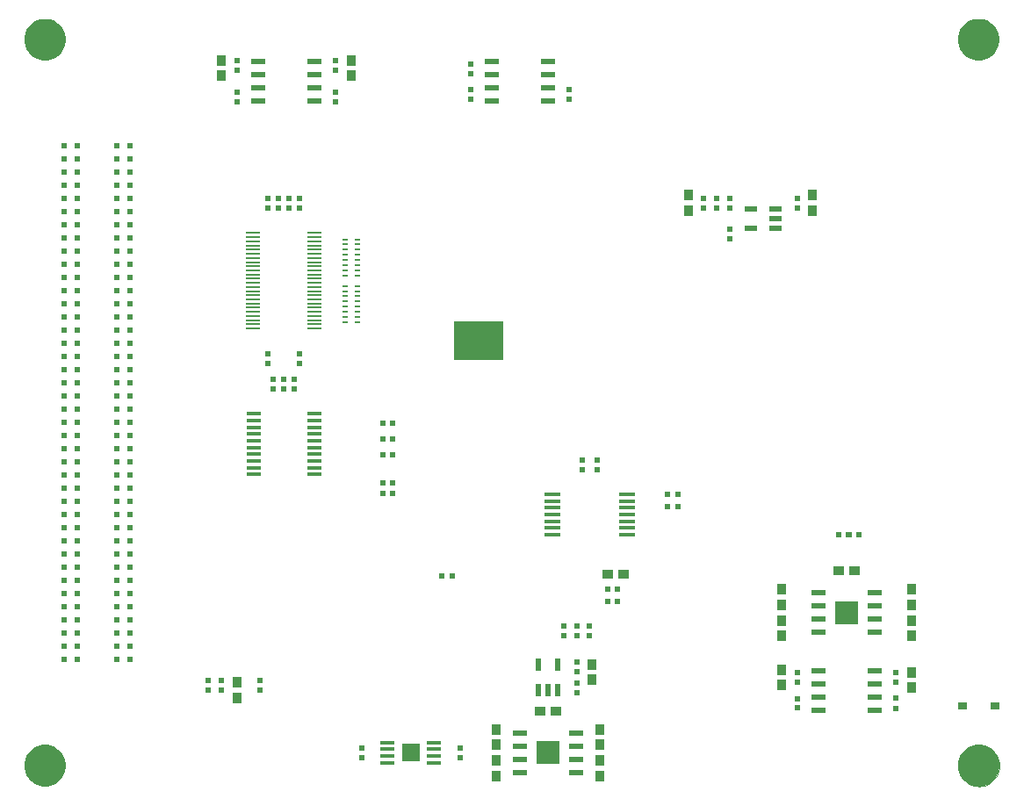
<source format=gbp>
G04*
G04 #@! TF.GenerationSoftware,Altium Limited,Altium Designer,23.11.1 (41)*
G04*
G04 Layer_Color=128*
%FSLAX25Y25*%
%MOIN*%
G70*
G04*
G04 #@! TF.SameCoordinates,29EA51B2-5BA9-446F-9376-B5E75E75F833*
G04*
G04*
G04 #@! TF.FilePolarity,Positive*
G04*
G01*
G75*
%ADD16C,0.00394*%
%ADD20R,0.02049X0.02246*%
%ADD22R,0.02390X0.02390*%
%ADD26R,0.02246X0.02049*%
%ADD27R,0.02390X0.02390*%
%ADD33R,0.02476X0.01099*%
%ADD34R,0.03927X0.03730*%
%ADD35R,0.03730X0.03927*%
%ADD36R,0.05538X0.02192*%
%ADD38R,0.18787X0.14850*%
%ADD101R,0.04563X0.02201*%
%ADD102R,0.08590X0.08590*%
%ADD103R,0.05427X0.00900*%
%ADD104R,0.05571X0.01634*%
%ADD105C,0.02390*%
%ADD106R,0.06342X0.01815*%
%ADD107R,0.02201X0.04563*%
%ADD108R,0.03372X0.02979*%
%ADD109R,0.05168X0.01822*%
%ADD110R,0.06835X0.06835*%
G36*
X19685Y-129921D02*
X20460D01*
X21982Y-130224D01*
X23415Y-130817D01*
X24704Y-131679D01*
X25801Y-132776D01*
X26663Y-134065D01*
X27256Y-135498D01*
X27559Y-137020D01*
Y-137795D01*
Y-138571D01*
X27256Y-140092D01*
X26663Y-141525D01*
X25801Y-142815D01*
X24704Y-143911D01*
X23415Y-144773D01*
X21982Y-145367D01*
X20460Y-145669D01*
X19685D01*
X18910Y-145669D01*
X17388Y-145367D01*
X15955Y-144773D01*
X14666Y-143911D01*
X13569Y-142815D01*
X12707Y-141525D01*
X12114Y-140092D01*
X11811Y-138571D01*
Y-137795D01*
X11811Y-137020D01*
X12114Y-135498D01*
X12707Y-134065D01*
X13569Y-132776D01*
X14666Y-131679D01*
X15955Y-130817D01*
X17388Y-130224D01*
X18910Y-129921D01*
X19685D01*
D01*
D02*
G37*
G36*
Y145669D02*
X20460D01*
X21982Y145367D01*
X23415Y144773D01*
X24704Y143911D01*
X25801Y142815D01*
X26663Y141525D01*
X27256Y140092D01*
X27559Y138571D01*
Y137795D01*
Y137020D01*
X27256Y135498D01*
X26663Y134065D01*
X25801Y132776D01*
X24704Y131679D01*
X23415Y130817D01*
X21982Y130224D01*
X20460Y129921D01*
X19685D01*
X18910Y129921D01*
X17388Y130224D01*
X15955Y130817D01*
X14666Y131679D01*
X13569Y132776D01*
X12707Y134065D01*
X12114Y135498D01*
X11811Y137020D01*
Y137795D01*
X11811Y138571D01*
X12114Y140092D01*
X12707Y141525D01*
X13569Y142815D01*
X14666Y143911D01*
X15955Y144773D01*
X17388Y145367D01*
X18910Y145669D01*
X19685D01*
D01*
D02*
G37*
G36*
X374016Y-129921D02*
X374791D01*
X376312Y-130224D01*
X377746Y-130817D01*
X379035Y-131679D01*
X380132Y-132776D01*
X380994Y-134065D01*
X381587Y-135498D01*
X381890Y-137020D01*
Y-137795D01*
Y-138571D01*
X381587Y-140092D01*
X380994Y-141525D01*
X380132Y-142815D01*
X379035Y-143911D01*
X377746Y-144773D01*
X376312Y-145367D01*
X374791Y-145669D01*
X374016D01*
X373240Y-145669D01*
X371719Y-145367D01*
X370286Y-144773D01*
X368996Y-143911D01*
X367900Y-142815D01*
X367038Y-141525D01*
X366444Y-140092D01*
X366142Y-138571D01*
Y-137795D01*
X366142Y-137020D01*
X366444Y-135498D01*
X367038Y-134065D01*
X367900Y-132776D01*
X368996Y-131679D01*
X370286Y-130817D01*
X371719Y-130224D01*
X373240Y-129921D01*
X374016D01*
D01*
D02*
G37*
G36*
X374016Y145669D02*
X374791D01*
X376312Y145367D01*
X377746Y144773D01*
X379035Y143911D01*
X380132Y142815D01*
X380994Y141525D01*
X381587Y140092D01*
X381890Y138571D01*
Y137795D01*
Y137020D01*
X381587Y135498D01*
X380994Y134065D01*
X380132Y132776D01*
X379035Y131679D01*
X377746Y130817D01*
X376312Y130224D01*
X374791Y129921D01*
X374016D01*
X373240Y129921D01*
X371719Y130224D01*
X370286Y130817D01*
X368996Y131679D01*
X367900Y132776D01*
X367038Y134065D01*
X366444Y135498D01*
X366142Y137020D01*
Y137795D01*
X366142Y138571D01*
X366444Y140092D01*
X367038Y141525D01*
X367900Y142815D01*
X368996Y143911D01*
X370286Y144773D01*
X371719Y145367D01*
X373240Y145669D01*
X374016D01*
D01*
D02*
G37*
D16*
X381890Y-137795D02*
X381825Y-136788D01*
X381632Y-135798D01*
X381314Y-134840D01*
X380876Y-133931D01*
X380326Y-133086D01*
X379672Y-132317D01*
X378925Y-131639D01*
X378098Y-131062D01*
X377203Y-130595D01*
X376256Y-130247D01*
X375272Y-130022D01*
X374268Y-129925D01*
X373260Y-129958D01*
X372264Y-130119D01*
X371296Y-130406D01*
X370374Y-130814D01*
X369511Y-131337D01*
X368722Y-131966D01*
X368020Y-132691D01*
X367417Y-133500D01*
X366921Y-134379D01*
X366543Y-135314D01*
X366287Y-136290D01*
X366158Y-137291D01*
Y-138300D01*
X366287Y-139301D01*
X366543Y-140276D01*
X366921Y-141212D01*
X367417Y-142091D01*
X368020Y-142899D01*
X368722Y-143624D01*
X369511Y-144253D01*
X370374Y-144776D01*
X371296Y-145185D01*
X372264Y-145472D01*
X373260Y-145633D01*
X374268Y-145665D01*
X375272Y-145568D01*
X376256Y-145344D01*
X377203Y-144995D01*
X378098Y-144529D01*
X378925Y-143951D01*
X379672Y-143273D01*
X380326Y-142505D01*
X380876Y-141659D01*
X381314Y-140750D01*
X381632Y-139793D01*
X381825Y-138802D01*
X381890Y-137795D01*
Y-137795D02*
X381825Y-136788D01*
X381632Y-135798D01*
X381314Y-134840D01*
X380876Y-133931D01*
X380326Y-133086D01*
X379672Y-132317D01*
X378925Y-131639D01*
X378098Y-131062D01*
X377203Y-130595D01*
X376256Y-130247D01*
X375272Y-130022D01*
X374268Y-129925D01*
X373260Y-129958D01*
X372264Y-130119D01*
X371296Y-130406D01*
X370374Y-130814D01*
X369511Y-131337D01*
X368722Y-131966D01*
X368020Y-132691D01*
X367417Y-133500D01*
X366921Y-134379D01*
X366543Y-135314D01*
X366287Y-136290D01*
X366158Y-137291D01*
Y-138300D01*
X366287Y-139301D01*
X366543Y-140276D01*
X366921Y-141212D01*
X367417Y-142091D01*
X368020Y-142899D01*
X368722Y-143624D01*
X369511Y-144253D01*
X370374Y-144776D01*
X371296Y-145185D01*
X372264Y-145472D01*
X373260Y-145633D01*
X374268Y-145665D01*
X375272Y-145568D01*
X376256Y-145344D01*
X377203Y-144995D01*
X378098Y-144529D01*
X378925Y-143951D01*
X379672Y-143273D01*
X380326Y-142505D01*
X380876Y-141659D01*
X381314Y-140750D01*
X381632Y-139793D01*
X381825Y-138802D01*
X381890Y-137795D01*
D20*
X256004Y-34843D02*
D03*
X259744D02*
D03*
X256004Y-39370D02*
D03*
X259744D02*
D03*
X147736Y-7874D02*
D03*
X151476D02*
D03*
X147736Y-19685D02*
D03*
X151476D02*
D03*
X147736Y-13780D02*
D03*
X151476D02*
D03*
X147736Y-30512D02*
D03*
X151476D02*
D03*
X147736Y-34449D02*
D03*
X151476D02*
D03*
X328543Y-50197D02*
D03*
X324803D02*
D03*
X170374Y-65945D02*
D03*
X174114D02*
D03*
X320965Y-50197D02*
D03*
X324705D02*
D03*
D22*
X233228Y-70669D02*
D03*
X236850D02*
D03*
X233228Y-75394D02*
D03*
X236850D02*
D03*
D26*
X104331Y73917D02*
D03*
Y77658D02*
D03*
X116142Y14862D02*
D03*
Y18602D02*
D03*
X104331D02*
D03*
Y14862D02*
D03*
X116142Y77658D02*
D03*
Y73917D02*
D03*
X101378Y-109154D02*
D03*
Y-105413D02*
D03*
X279528Y62106D02*
D03*
Y65847D02*
D03*
X279528Y77658D02*
D03*
Y73917D02*
D03*
X221457Y-88484D02*
D03*
Y-84744D02*
D03*
X226378Y-88484D02*
D03*
Y-84744D02*
D03*
X216535Y-88484D02*
D03*
Y-84744D02*
D03*
X129921Y118012D02*
D03*
X342520Y-112303D02*
D03*
Y-116043D02*
D03*
X106299Y5020D02*
D03*
Y8760D02*
D03*
X129921Y114272D02*
D03*
D27*
X81693Y-109095D02*
D03*
Y-105473D02*
D03*
X86614Y-109095D02*
D03*
Y-105473D02*
D03*
X305118Y77598D02*
D03*
Y73976D02*
D03*
X274606Y77598D02*
D03*
Y73976D02*
D03*
X269685D02*
D03*
Y77598D02*
D03*
X181102Y125000D02*
D03*
Y128622D02*
D03*
X114173Y5079D02*
D03*
X112205Y73976D02*
D03*
X218504Y118937D02*
D03*
Y115315D02*
D03*
X92520Y114331D02*
D03*
X305118Y-115984D02*
D03*
X221457Y-98583D02*
D03*
X305118Y-112362D02*
D03*
Y-106142D02*
D03*
Y-102520D02*
D03*
X342520Y-106142D02*
D03*
Y-102520D02*
D03*
X92520Y117953D02*
D03*
X177165Y-134685D02*
D03*
Y-131063D02*
D03*
X139764Y-134685D02*
D03*
Y-131063D02*
D03*
X129921Y129764D02*
D03*
Y126142D02*
D03*
X92520Y129764D02*
D03*
Y126142D02*
D03*
X181102Y115315D02*
D03*
Y118937D02*
D03*
X221457Y-102205D02*
D03*
Y-110079D02*
D03*
Y-106457D02*
D03*
X223425Y-25433D02*
D03*
Y-21811D02*
D03*
X229331Y-25433D02*
D03*
Y-21811D02*
D03*
X112205Y77598D02*
D03*
X108268Y73976D02*
D03*
Y77598D02*
D03*
X114173Y8701D02*
D03*
X110236Y5079D02*
D03*
Y8701D02*
D03*
D33*
X133563Y48228D02*
D03*
Y50197D02*
D03*
Y52165D02*
D03*
Y54134D02*
D03*
Y56102D02*
D03*
Y58071D02*
D03*
Y60039D02*
D03*
Y62008D02*
D03*
X138091D02*
D03*
Y60039D02*
D03*
Y58071D02*
D03*
Y56102D02*
D03*
Y54134D02*
D03*
Y52165D02*
D03*
Y50197D02*
D03*
Y48228D02*
D03*
X133563Y30512D02*
D03*
Y32480D02*
D03*
Y34449D02*
D03*
Y36417D02*
D03*
Y38386D02*
D03*
Y40354D02*
D03*
Y42323D02*
D03*
Y44291D02*
D03*
X138091D02*
D03*
Y42323D02*
D03*
Y40354D02*
D03*
Y38386D02*
D03*
Y36417D02*
D03*
Y34449D02*
D03*
Y32480D02*
D03*
Y30512D02*
D03*
D34*
X239173Y-65158D02*
D03*
X233268D02*
D03*
X213583Y-117126D02*
D03*
X207677D02*
D03*
X320866Y-63976D02*
D03*
X326772D02*
D03*
D35*
X92520Y-112205D02*
D03*
Y-106299D02*
D03*
X311024Y72835D02*
D03*
Y78740D02*
D03*
X263779Y78740D02*
D03*
Y72835D02*
D03*
X190945Y-135827D02*
D03*
Y-141732D02*
D03*
Y-129921D02*
D03*
Y-124016D02*
D03*
X230315Y-129921D02*
D03*
Y-124016D02*
D03*
Y-135827D02*
D03*
Y-141732D02*
D03*
X227362Y-99410D02*
D03*
X299213Y-101378D02*
D03*
Y-107283D02*
D03*
X348425Y-102362D02*
D03*
Y-108268D02*
D03*
Y-70866D02*
D03*
Y-76772D02*
D03*
X299213Y-88583D02*
D03*
Y-82677D02*
D03*
X348425Y-88583D02*
D03*
Y-82677D02*
D03*
X299213Y-70866D02*
D03*
Y-76772D02*
D03*
X135827Y124016D02*
D03*
Y129921D02*
D03*
X86614Y124016D02*
D03*
Y129921D02*
D03*
X227362Y-105315D02*
D03*
D36*
X199902Y-140374D02*
D03*
Y-135374D02*
D03*
Y-130374D02*
D03*
Y-125374D02*
D03*
X221358Y-140374D02*
D03*
Y-135374D02*
D03*
Y-130374D02*
D03*
Y-125374D02*
D03*
X313091Y-87224D02*
D03*
Y-82224D02*
D03*
Y-77224D02*
D03*
Y-72224D02*
D03*
X334547Y-87224D02*
D03*
Y-82224D02*
D03*
Y-77224D02*
D03*
Y-72224D02*
D03*
X210531Y124547D02*
D03*
Y114547D02*
D03*
X100492D02*
D03*
X313090Y-116752D02*
D03*
X121949Y119547D02*
D03*
X334547Y-111752D02*
D03*
X313090D02*
D03*
Y-106752D02*
D03*
Y-101752D02*
D03*
X334547Y-116752D02*
D03*
Y-106752D02*
D03*
Y-101752D02*
D03*
X121949Y129547D02*
D03*
Y124547D02*
D03*
Y114547D02*
D03*
X100492Y129547D02*
D03*
Y124547D02*
D03*
Y119547D02*
D03*
X189075Y114547D02*
D03*
Y119547D02*
D03*
Y124547D02*
D03*
Y129547D02*
D03*
X210531Y119547D02*
D03*
Y129547D02*
D03*
D38*
X184055Y23622D02*
D03*
D101*
X297047Y73622D02*
D03*
Y69882D02*
D03*
Y66142D02*
D03*
X287598Y73622D02*
D03*
Y66142D02*
D03*
D102*
X210630Y-132874D02*
D03*
X323819Y-79724D02*
D03*
D103*
X121850Y37598D02*
D03*
Y54921D02*
D03*
Y64370D02*
D03*
Y62795D02*
D03*
Y61221D02*
D03*
Y59646D02*
D03*
Y58071D02*
D03*
Y56496D02*
D03*
Y53347D02*
D03*
Y51772D02*
D03*
Y50197D02*
D03*
Y48622D02*
D03*
Y47047D02*
D03*
Y45472D02*
D03*
Y43898D02*
D03*
Y42323D02*
D03*
Y40748D02*
D03*
Y39173D02*
D03*
Y36024D02*
D03*
Y34449D02*
D03*
Y32874D02*
D03*
Y31299D02*
D03*
Y29724D02*
D03*
Y28150D02*
D03*
X98622Y64370D02*
D03*
Y62795D02*
D03*
Y61221D02*
D03*
Y59646D02*
D03*
Y58071D02*
D03*
Y56496D02*
D03*
Y54921D02*
D03*
Y53347D02*
D03*
Y51772D02*
D03*
Y50197D02*
D03*
Y48622D02*
D03*
Y47047D02*
D03*
Y45472D02*
D03*
Y43898D02*
D03*
Y42323D02*
D03*
Y40748D02*
D03*
Y39173D02*
D03*
Y37598D02*
D03*
Y36024D02*
D03*
Y34449D02*
D03*
Y32874D02*
D03*
Y31299D02*
D03*
Y29724D02*
D03*
Y28150D02*
D03*
D104*
X121752Y-24705D02*
D03*
Y-4232D02*
D03*
Y-6791D02*
D03*
Y-9350D02*
D03*
Y-11909D02*
D03*
Y-14469D02*
D03*
Y-17028D02*
D03*
Y-19587D02*
D03*
Y-22146D02*
D03*
Y-27264D02*
D03*
X98721Y-4232D02*
D03*
Y-6791D02*
D03*
Y-9350D02*
D03*
Y-11909D02*
D03*
Y-14469D02*
D03*
Y-17028D02*
D03*
Y-19587D02*
D03*
Y-22146D02*
D03*
Y-24705D02*
D03*
Y-27264D02*
D03*
D105*
X31870Y97500D02*
D03*
Y87500D02*
D03*
Y77500D02*
D03*
Y57500D02*
D03*
X26870Y92500D02*
D03*
Y-97500D02*
D03*
Y-92500D02*
D03*
Y-87500D02*
D03*
Y-82500D02*
D03*
Y-77500D02*
D03*
Y-72500D02*
D03*
Y-67500D02*
D03*
Y-62500D02*
D03*
Y-57500D02*
D03*
Y-52500D02*
D03*
Y-47500D02*
D03*
Y-42500D02*
D03*
Y-37500D02*
D03*
Y-32500D02*
D03*
Y-27500D02*
D03*
Y-22500D02*
D03*
Y-17500D02*
D03*
Y-12500D02*
D03*
Y-7500D02*
D03*
Y-2500D02*
D03*
Y2500D02*
D03*
Y7500D02*
D03*
Y12500D02*
D03*
Y17500D02*
D03*
Y22500D02*
D03*
Y27500D02*
D03*
Y32500D02*
D03*
Y37500D02*
D03*
Y42500D02*
D03*
Y47500D02*
D03*
Y52500D02*
D03*
Y57500D02*
D03*
Y62500D02*
D03*
Y67500D02*
D03*
Y72500D02*
D03*
Y77500D02*
D03*
Y82500D02*
D03*
Y87500D02*
D03*
Y97500D02*
D03*
X31870Y-97500D02*
D03*
Y-92500D02*
D03*
Y-87500D02*
D03*
Y-82500D02*
D03*
Y-77500D02*
D03*
Y-72500D02*
D03*
Y-67500D02*
D03*
Y-62500D02*
D03*
Y-57500D02*
D03*
Y-52500D02*
D03*
Y-47500D02*
D03*
Y-42500D02*
D03*
Y-37500D02*
D03*
Y-32500D02*
D03*
Y-27500D02*
D03*
Y-22500D02*
D03*
Y-17500D02*
D03*
Y-12500D02*
D03*
Y-7500D02*
D03*
Y-2500D02*
D03*
Y2500D02*
D03*
Y7500D02*
D03*
Y12500D02*
D03*
Y17500D02*
D03*
Y22500D02*
D03*
Y27500D02*
D03*
Y32500D02*
D03*
Y37500D02*
D03*
Y42500D02*
D03*
Y47500D02*
D03*
Y52500D02*
D03*
Y62500D02*
D03*
Y67500D02*
D03*
Y72500D02*
D03*
Y82500D02*
D03*
Y92500D02*
D03*
X46870Y-97500D02*
D03*
Y-92500D02*
D03*
Y-87500D02*
D03*
Y-82500D02*
D03*
Y-77500D02*
D03*
Y-72500D02*
D03*
Y-67500D02*
D03*
Y-62500D02*
D03*
Y-57500D02*
D03*
Y-52500D02*
D03*
Y-47500D02*
D03*
Y-42500D02*
D03*
Y-37500D02*
D03*
Y-32500D02*
D03*
Y-27500D02*
D03*
Y-22500D02*
D03*
Y-17500D02*
D03*
Y-12500D02*
D03*
Y-7500D02*
D03*
Y-2500D02*
D03*
Y2500D02*
D03*
Y7500D02*
D03*
Y12500D02*
D03*
Y17500D02*
D03*
Y22500D02*
D03*
Y27500D02*
D03*
Y32500D02*
D03*
Y37500D02*
D03*
Y42500D02*
D03*
Y47500D02*
D03*
Y52500D02*
D03*
Y57500D02*
D03*
Y62500D02*
D03*
Y67500D02*
D03*
Y72500D02*
D03*
Y77500D02*
D03*
Y82500D02*
D03*
Y87500D02*
D03*
Y92500D02*
D03*
Y97500D02*
D03*
X51870Y-97500D02*
D03*
Y-92500D02*
D03*
Y-87500D02*
D03*
Y-82500D02*
D03*
Y-77500D02*
D03*
Y-72500D02*
D03*
Y-67500D02*
D03*
Y-62500D02*
D03*
Y-57500D02*
D03*
Y-52500D02*
D03*
Y-47500D02*
D03*
Y-42500D02*
D03*
Y-37500D02*
D03*
Y-32500D02*
D03*
Y-27500D02*
D03*
Y-22500D02*
D03*
Y-17500D02*
D03*
Y-12500D02*
D03*
Y-7500D02*
D03*
Y-2500D02*
D03*
Y2500D02*
D03*
Y7500D02*
D03*
Y12500D02*
D03*
Y17500D02*
D03*
Y22500D02*
D03*
Y27500D02*
D03*
Y32500D02*
D03*
Y37500D02*
D03*
Y42500D02*
D03*
Y47500D02*
D03*
Y52500D02*
D03*
Y57500D02*
D03*
Y62500D02*
D03*
Y67500D02*
D03*
Y72500D02*
D03*
Y77500D02*
D03*
Y82500D02*
D03*
Y87500D02*
D03*
Y92500D02*
D03*
Y97500D02*
D03*
D106*
X212106Y-37402D02*
D03*
X240650Y-39961D02*
D03*
X212106Y-45079D02*
D03*
X240650Y-47638D02*
D03*
Y-34843D02*
D03*
Y-37402D02*
D03*
Y-42520D02*
D03*
Y-45079D02*
D03*
Y-50197D02*
D03*
X212106Y-34843D02*
D03*
Y-39961D02*
D03*
Y-42520D02*
D03*
Y-47638D02*
D03*
Y-50197D02*
D03*
D107*
X214370Y-99606D02*
D03*
X206890D02*
D03*
Y-109055D02*
D03*
X210630D02*
D03*
X214370D02*
D03*
D108*
X367815Y-115157D02*
D03*
X380217D02*
D03*
D109*
X149705Y-136713D02*
D03*
Y-134153D02*
D03*
Y-131595D02*
D03*
Y-129035D02*
D03*
X167224Y-136713D02*
D03*
Y-134153D02*
D03*
Y-131595D02*
D03*
Y-129035D02*
D03*
D110*
X158465Y-132874D02*
D03*
M02*

</source>
